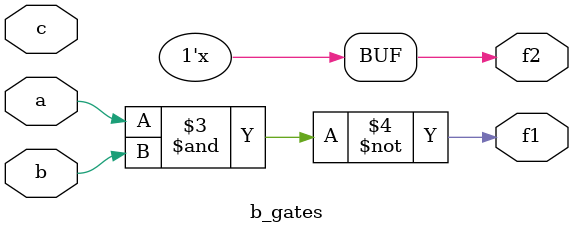
<source format=v>
`timescale 1ns / 1ps
module b_gates(a,b,c,f1,f2
    );
	input a,b,c;
	output f1,f2;
	wire a,b,c;
	reg f1,f2;
	always@(a or b or c)
	begin 
		f2 = f1^f2;
		f1 = ~(a&b);

	end

endmodule

</source>
